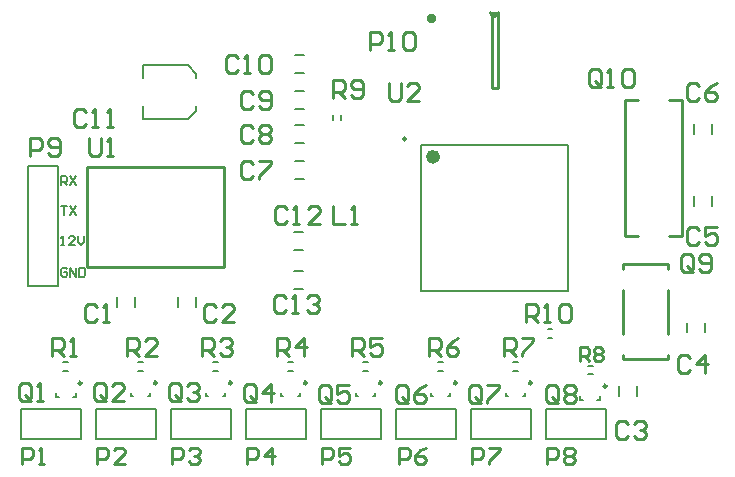
<source format=gto>
G04 Layer_Color=65535*
%FSLAX23Y23*%
%MOIN*%
G70*
G01*
G75*
%ADD23C,0.010*%
%ADD31C,0.024*%
%ADD32C,0.010*%
%ADD33C,0.008*%
%ADD34C,0.020*%
%ADD35C,0.006*%
D23*
X2602Y2530D02*
G03*
X2628Y2530I13J0D01*
G01*
X1713Y1681D02*
Y2016D01*
X1257Y1681D02*
X1713D01*
X1257Y2016D02*
X1713D01*
X1257Y1681D02*
Y2016D01*
X3240Y1786D02*
Y2240D01*
X3050Y1786D02*
Y2240D01*
X3094D01*
X3196D02*
X3240D01*
X3196Y1786D02*
X3240D01*
X3050D02*
X3094D01*
X2602Y2530D02*
X2625D01*
X2605D02*
X2628D01*
X2605Y2280D02*
Y2530D01*
Y2280D02*
X2625D01*
Y2530D01*
X3042Y1376D02*
X3192D01*
X3042Y1691D02*
X3192D01*
X3042Y1376D02*
Y1390D01*
Y1460D02*
Y1606D01*
Y1677D02*
Y1691D01*
X3192Y1460D02*
Y1606D01*
Y1376D02*
Y1390D01*
Y1677D02*
Y1691D01*
X2263Y2297D02*
Y2247D01*
X2272Y2237D01*
X2292D01*
X2302Y2247D01*
Y2297D01*
X2362Y2237D02*
X2322D01*
X2362Y2277D01*
Y2287D01*
X2352Y2297D01*
X2332D01*
X2322Y2287D01*
X1262Y2111D02*
Y2061D01*
X1272Y2051D01*
X1292D01*
X1302Y2061D01*
Y2111D01*
X1322Y2051D02*
X1342D01*
X1332D01*
Y2111D01*
X1322Y2101D01*
X2720Y1500D02*
Y1560D01*
X2750D01*
X2760Y1550D01*
Y1530D01*
X2750Y1520D01*
X2720D01*
X2740D02*
X2760Y1500D01*
X2780D02*
X2800D01*
X2790D01*
Y1560D01*
X2780Y1550D01*
X2830D02*
X2840Y1560D01*
X2860D01*
X2870Y1550D01*
Y1510D01*
X2860Y1500D01*
X2840D01*
X2830Y1510D01*
Y1550D01*
X2075Y2245D02*
Y2305D01*
X2105D01*
X2115Y2295D01*
Y2275D01*
X2105Y2265D01*
X2075D01*
X2095D02*
X2115Y2245D01*
X2135Y2255D02*
X2145Y2245D01*
X2165D01*
X2175Y2255D01*
Y2295D01*
X2165Y2305D01*
X2145D01*
X2135Y2295D01*
Y2285D01*
X2145Y2275D01*
X2175D01*
X2970Y2291D02*
Y2331D01*
X2960Y2341D01*
X2940D01*
X2930Y2331D01*
Y2291D01*
X2940Y2281D01*
X2960D01*
X2950Y2301D02*
X2970Y2281D01*
X2960D02*
X2970Y2291D01*
X2990Y2281D02*
X3010D01*
X3000D01*
Y2341D01*
X2990Y2331D01*
X3040D02*
X3050Y2341D01*
X3070D01*
X3080Y2331D01*
Y2291D01*
X3070Y2281D01*
X3050D01*
X3040Y2291D01*
Y2331D01*
X3275Y1675D02*
Y1715D01*
X3265Y1725D01*
X3245D01*
X3235Y1715D01*
Y1675D01*
X3245Y1665D01*
X3265D01*
X3255Y1685D02*
X3275Y1665D01*
X3265D02*
X3275Y1675D01*
X3295D02*
X3305Y1665D01*
X3325D01*
X3335Y1675D01*
Y1715D01*
X3325Y1725D01*
X3305D01*
X3295Y1715D01*
Y1705D01*
X3305Y1695D01*
X3335D01*
X2825Y1240D02*
Y1280D01*
X2815Y1290D01*
X2795D01*
X2785Y1280D01*
Y1240D01*
X2795Y1230D01*
X2815D01*
X2805Y1250D02*
X2825Y1230D01*
X2815D02*
X2825Y1240D01*
X2845Y1280D02*
X2855Y1290D01*
X2875D01*
X2885Y1280D01*
Y1270D01*
X2875Y1260D01*
X2885Y1250D01*
Y1240D01*
X2875Y1230D01*
X2855D01*
X2845Y1240D01*
Y1250D01*
X2855Y1260D01*
X2845Y1270D01*
Y1280D01*
X2855Y1260D02*
X2875D01*
X2570Y1239D02*
Y1279D01*
X2560Y1289D01*
X2540D01*
X2530Y1279D01*
Y1239D01*
X2540Y1229D01*
X2560D01*
X2550Y1249D02*
X2570Y1229D01*
X2560D02*
X2570Y1239D01*
X2590Y1289D02*
X2630D01*
Y1279D01*
X2590Y1239D01*
Y1229D01*
X2325Y1240D02*
Y1280D01*
X2315Y1290D01*
X2295D01*
X2285Y1280D01*
Y1240D01*
X2295Y1230D01*
X2315D01*
X2305Y1250D02*
X2325Y1230D01*
X2315D02*
X2325Y1240D01*
X2385Y1290D02*
X2365Y1280D01*
X2345Y1260D01*
Y1240D01*
X2355Y1230D01*
X2375D01*
X2385Y1240D01*
Y1250D01*
X2375Y1260D01*
X2345D01*
X2070Y1240D02*
Y1280D01*
X2060Y1290D01*
X2040D01*
X2030Y1280D01*
Y1240D01*
X2040Y1230D01*
X2060D01*
X2050Y1250D02*
X2070Y1230D01*
X2060D02*
X2070Y1240D01*
X2130Y1290D02*
X2090D01*
Y1260D01*
X2110Y1270D01*
X2120D01*
X2130Y1260D01*
Y1240D01*
X2120Y1230D01*
X2100D01*
X2090Y1240D01*
X1820Y1241D02*
Y1281D01*
X1810Y1291D01*
X1790D01*
X1780Y1281D01*
Y1241D01*
X1790Y1231D01*
X1810D01*
X1800Y1251D02*
X1820Y1231D01*
X1810D02*
X1820Y1241D01*
X1870Y1231D02*
Y1291D01*
X1840Y1261D01*
X1880D01*
X1570Y1245D02*
Y1285D01*
X1560Y1295D01*
X1540D01*
X1530Y1285D01*
Y1245D01*
X1540Y1235D01*
X1560D01*
X1550Y1255D02*
X1570Y1235D01*
X1560D02*
X1570Y1245D01*
X1590Y1285D02*
X1600Y1295D01*
X1620D01*
X1630Y1285D01*
Y1275D01*
X1620Y1265D01*
X1610D01*
X1620D01*
X1630Y1255D01*
Y1245D01*
X1620Y1235D01*
X1600D01*
X1590Y1245D01*
X1320D02*
Y1285D01*
X1310Y1295D01*
X1290D01*
X1280Y1285D01*
Y1245D01*
X1290Y1235D01*
X1310D01*
X1300Y1255D02*
X1320Y1235D01*
X1310D02*
X1320Y1245D01*
X1380Y1235D02*
X1340D01*
X1380Y1275D01*
Y1285D01*
X1370Y1295D01*
X1350D01*
X1340Y1285D01*
X1070Y1245D02*
Y1285D01*
X1060Y1295D01*
X1040D01*
X1030Y1285D01*
Y1245D01*
X1040Y1235D01*
X1060D01*
X1050Y1255D02*
X1070Y1235D01*
X1060D02*
X1070Y1245D01*
X1090Y1235D02*
X1110D01*
X1100D01*
Y1295D01*
X1090Y1285D01*
X2200Y2405D02*
Y2465D01*
X2230D01*
X2240Y2455D01*
Y2435D01*
X2230Y2425D01*
X2200D01*
X2260Y2405D02*
X2280D01*
X2270D01*
Y2465D01*
X2260Y2455D01*
X2310D02*
X2320Y2465D01*
X2340D01*
X2350Y2455D01*
Y2415D01*
X2340Y2405D01*
X2320D01*
X2310Y2415D01*
Y2455D01*
X1066Y2053D02*
Y2113D01*
X1096D01*
X1106Y2103D01*
Y2083D01*
X1096Y2073D01*
X1066D01*
X1126Y2063D02*
X1136Y2053D01*
X1156D01*
X1166Y2063D01*
Y2103D01*
X1156Y2113D01*
X1136D01*
X1126Y2103D01*
Y2093D01*
X1136Y2083D01*
X1166D01*
X2790Y1025D02*
Y1080D01*
X2817D01*
X2827Y1071D01*
Y1052D01*
X2817Y1043D01*
X2790D01*
X2845Y1071D02*
X2854Y1080D01*
X2872D01*
X2882Y1071D01*
Y1062D01*
X2872Y1052D01*
X2882Y1043D01*
Y1034D01*
X2872Y1025D01*
X2854D01*
X2845Y1034D01*
Y1043D01*
X2854Y1052D01*
X2845Y1062D01*
Y1071D01*
X2854Y1052D02*
X2872D01*
X2540Y1025D02*
Y1080D01*
X2567D01*
X2577Y1071D01*
Y1052D01*
X2567Y1043D01*
X2540D01*
X2595Y1080D02*
X2632D01*
Y1071D01*
X2595Y1034D01*
Y1025D01*
X2295D02*
Y1080D01*
X2322D01*
X2332Y1071D01*
Y1052D01*
X2322Y1043D01*
X2295D01*
X2387Y1080D02*
X2368Y1071D01*
X2350Y1052D01*
Y1034D01*
X2359Y1025D01*
X2377D01*
X2387Y1034D01*
Y1043D01*
X2377Y1052D01*
X2350D01*
X2040Y1025D02*
Y1080D01*
X2067D01*
X2077Y1071D01*
Y1052D01*
X2067Y1043D01*
X2040D01*
X2132Y1080D02*
X2095D01*
Y1052D01*
X2113Y1062D01*
X2122D01*
X2132Y1052D01*
Y1034D01*
X2122Y1025D01*
X2104D01*
X2095Y1034D01*
X1790Y1025D02*
Y1080D01*
X1817D01*
X1827Y1071D01*
Y1052D01*
X1817Y1043D01*
X1790D01*
X1872Y1025D02*
Y1080D01*
X1845Y1052D01*
X1882D01*
X1540Y1025D02*
Y1080D01*
X1567D01*
X1577Y1071D01*
Y1052D01*
X1567Y1043D01*
X1540D01*
X1595Y1071D02*
X1604Y1080D01*
X1622D01*
X1632Y1071D01*
Y1062D01*
X1622Y1052D01*
X1613D01*
X1622D01*
X1632Y1043D01*
Y1034D01*
X1622Y1025D01*
X1604D01*
X1595Y1034D01*
X1290Y1025D02*
Y1080D01*
X1317D01*
X1327Y1071D01*
Y1052D01*
X1317Y1043D01*
X1290D01*
X1382Y1025D02*
X1345D01*
X1382Y1062D01*
Y1071D01*
X1372Y1080D01*
X1354D01*
X1345Y1071D01*
X1040Y1025D02*
Y1080D01*
X1067D01*
X1077Y1071D01*
Y1052D01*
X1067Y1043D01*
X1040D01*
X1095Y1025D02*
X1113D01*
X1104D01*
Y1080D01*
X1095Y1071D01*
X2075Y1884D02*
Y1824D01*
X2115D01*
X2135D02*
X2155D01*
X2145D01*
Y1884D01*
X2135Y1874D01*
X1920Y1580D02*
X1910Y1590D01*
X1890D01*
X1880Y1580D01*
Y1540D01*
X1890Y1530D01*
X1910D01*
X1920Y1540D01*
X1940Y1530D02*
X1960D01*
X1950D01*
Y1590D01*
X1940Y1580D01*
X1990D02*
X2000Y1590D01*
X2020D01*
X2030Y1580D01*
Y1570D01*
X2020Y1560D01*
X2010D01*
X2020D01*
X2030Y1550D01*
Y1540D01*
X2020Y1530D01*
X2000D01*
X1990Y1540D01*
X1922Y1875D02*
X1912Y1885D01*
X1892D01*
X1882Y1875D01*
Y1835D01*
X1892Y1825D01*
X1912D01*
X1922Y1835D01*
X1942Y1825D02*
X1962D01*
X1952D01*
Y1885D01*
X1942Y1875D01*
X2032Y1825D02*
X1992D01*
X2032Y1865D01*
Y1875D01*
X2022Y1885D01*
X2002D01*
X1992Y1875D01*
X1254Y2200D02*
X1244Y2210D01*
X1224D01*
X1214Y2200D01*
Y2160D01*
X1224Y2150D01*
X1244D01*
X1254Y2160D01*
X1274Y2150D02*
X1294D01*
X1284D01*
Y2210D01*
X1274Y2200D01*
X1324Y2150D02*
X1344D01*
X1334D01*
Y2210D01*
X1324Y2200D01*
X1760Y2380D02*
X1750Y2390D01*
X1730D01*
X1720Y2380D01*
Y2340D01*
X1730Y2330D01*
X1750D01*
X1760Y2340D01*
X1780Y2330D02*
X1800D01*
X1790D01*
Y2390D01*
X1780Y2380D01*
X1830D02*
X1840Y2390D01*
X1860D01*
X1870Y2380D01*
Y2340D01*
X1860Y2330D01*
X1840D01*
X1830Y2340D01*
Y2380D01*
X1810Y2260D02*
X1800Y2270D01*
X1780D01*
X1770Y2260D01*
Y2220D01*
X1780Y2210D01*
X1800D01*
X1810Y2220D01*
X1830D02*
X1840Y2210D01*
X1860D01*
X1870Y2220D01*
Y2260D01*
X1860Y2270D01*
X1840D01*
X1830Y2260D01*
Y2250D01*
X1840Y2240D01*
X1870D01*
X1810Y2145D02*
X1800Y2155D01*
X1780D01*
X1770Y2145D01*
Y2105D01*
X1780Y2095D01*
X1800D01*
X1810Y2105D01*
X1830Y2145D02*
X1840Y2155D01*
X1860D01*
X1870Y2145D01*
Y2135D01*
X1860Y2125D01*
X1870Y2115D01*
Y2105D01*
X1860Y2095D01*
X1840D01*
X1830Y2105D01*
Y2115D01*
X1840Y2125D01*
X1830Y2135D01*
Y2145D01*
X1840Y2125D02*
X1860D01*
X1810Y2025D02*
X1800Y2035D01*
X1780D01*
X1770Y2025D01*
Y1985D01*
X1780Y1975D01*
X1800D01*
X1810Y1985D01*
X1830Y2035D02*
X1870D01*
Y2025D01*
X1830Y1985D01*
Y1975D01*
X3295Y2285D02*
X3285Y2295D01*
X3265D01*
X3255Y2285D01*
Y2245D01*
X3265Y2235D01*
X3285D01*
X3295Y2245D01*
X3355Y2295D02*
X3335Y2285D01*
X3315Y2265D01*
Y2245D01*
X3325Y2235D01*
X3345D01*
X3355Y2245D01*
Y2255D01*
X3345Y2265D01*
X3315D01*
X3295Y1805D02*
X3285Y1815D01*
X3265D01*
X3255Y1805D01*
Y1765D01*
X3265Y1755D01*
X3285D01*
X3295Y1765D01*
X3355Y1815D02*
X3315D01*
Y1785D01*
X3335Y1795D01*
X3345D01*
X3355Y1785D01*
Y1765D01*
X3345Y1755D01*
X3325D01*
X3315Y1765D01*
X3265Y1380D02*
X3255Y1390D01*
X3235D01*
X3225Y1380D01*
Y1340D01*
X3235Y1330D01*
X3255D01*
X3265Y1340D01*
X3315Y1330D02*
Y1390D01*
X3285Y1360D01*
X3325D01*
X3060Y1160D02*
X3050Y1170D01*
X3030D01*
X3020Y1160D01*
Y1120D01*
X3030Y1110D01*
X3050D01*
X3060Y1120D01*
X3080Y1160D02*
X3090Y1170D01*
X3110D01*
X3120Y1160D01*
Y1150D01*
X3110Y1140D01*
X3100D01*
X3110D01*
X3120Y1130D01*
Y1120D01*
X3110Y1110D01*
X3090D01*
X3080Y1120D01*
X1685Y1550D02*
X1675Y1560D01*
X1655D01*
X1645Y1550D01*
Y1510D01*
X1655Y1500D01*
X1675D01*
X1685Y1510D01*
X1745Y1500D02*
X1705D01*
X1745Y1540D01*
Y1550D01*
X1735Y1560D01*
X1715D01*
X1705Y1550D01*
X1290D02*
X1280Y1560D01*
X1260D01*
X1250Y1550D01*
Y1510D01*
X1260Y1500D01*
X1280D01*
X1290Y1510D01*
X1310Y1500D02*
X1330D01*
X1320D01*
Y1560D01*
X1310Y1550D01*
X1140Y1385D02*
Y1445D01*
X1170D01*
X1180Y1435D01*
Y1415D01*
X1170Y1405D01*
X1140D01*
X1160D02*
X1180Y1385D01*
X1200D02*
X1220D01*
X1210D01*
Y1445D01*
X1200Y1435D01*
X1390Y1385D02*
Y1445D01*
X1420D01*
X1430Y1435D01*
Y1415D01*
X1420Y1405D01*
X1390D01*
X1410D02*
X1430Y1385D01*
X1490D02*
X1450D01*
X1490Y1425D01*
Y1435D01*
X1480Y1445D01*
X1460D01*
X1450Y1435D01*
X1640Y1385D02*
Y1445D01*
X1670D01*
X1680Y1435D01*
Y1415D01*
X1670Y1405D01*
X1640D01*
X1660D02*
X1680Y1385D01*
X1700Y1435D02*
X1710Y1445D01*
X1730D01*
X1740Y1435D01*
Y1425D01*
X1730Y1415D01*
X1720D01*
X1730D01*
X1740Y1405D01*
Y1395D01*
X1730Y1385D01*
X1710D01*
X1700Y1395D01*
X1890Y1385D02*
Y1445D01*
X1920D01*
X1930Y1435D01*
Y1415D01*
X1920Y1405D01*
X1890D01*
X1910D02*
X1930Y1385D01*
X1980D02*
Y1445D01*
X1950Y1415D01*
X1990D01*
X2140Y1385D02*
Y1445D01*
X2170D01*
X2180Y1435D01*
Y1415D01*
X2170Y1405D01*
X2140D01*
X2160D02*
X2180Y1385D01*
X2239Y1445D02*
X2200D01*
Y1415D01*
X2220Y1425D01*
X2229D01*
X2239Y1415D01*
Y1395D01*
X2229Y1385D01*
X2210D01*
X2200Y1395D01*
X2395Y1385D02*
Y1445D01*
X2425D01*
X2435Y1435D01*
Y1415D01*
X2425Y1405D01*
X2395D01*
X2415D02*
X2435Y1385D01*
X2494Y1445D02*
X2475Y1435D01*
X2455Y1415D01*
Y1395D01*
X2465Y1385D01*
X2484D01*
X2494Y1395D01*
Y1405D01*
X2484Y1415D01*
X2455D01*
X2645Y1385D02*
Y1445D01*
X2675D01*
X2685Y1435D01*
Y1415D01*
X2675Y1405D01*
X2645D01*
X2665D02*
X2685Y1385D01*
X2705Y1445D02*
X2744D01*
Y1435D01*
X2705Y1395D01*
Y1385D01*
X2900Y1370D02*
Y1415D01*
X2922D01*
X2930Y1407D01*
Y1392D01*
X2922Y1385D01*
X2900D01*
X2915D02*
X2930Y1370D01*
X2945Y1407D02*
X2952Y1415D01*
X2967D01*
X2975Y1407D01*
Y1400D01*
X2967Y1392D01*
X2975Y1385D01*
Y1377D01*
X2967Y1370D01*
X2952D01*
X2945Y1377D01*
Y1385D01*
X2952Y1392D01*
X2945Y1400D01*
Y1407D01*
X2952Y1392D02*
X2967D01*
D31*
X2422Y2050D02*
G03*
X2422Y2050I-12J0D01*
G01*
D32*
X2320Y2109D02*
G03*
X2320Y2109I-5J0D01*
G01*
X2989Y1285D02*
G03*
X2989Y1285I-5J0D01*
G01*
X2739Y1296D02*
G03*
X2739Y1296I-5J0D01*
G01*
X2489D02*
G03*
X2489Y1296I-5J0D01*
G01*
X2239Y1296D02*
G03*
X2239Y1296I-5J0D01*
G01*
X1989D02*
G03*
X1989Y1296I-5J0D01*
G01*
X1739Y1296D02*
G03*
X1739Y1296I-5J0D01*
G01*
X1489Y1296D02*
G03*
X1489Y1296I-5J0D01*
G01*
X1239Y1295D02*
G03*
X1239Y1295I-5J0D01*
G01*
D33*
X2371Y1601D02*
X2859D01*
X2371Y2089D02*
X2859D01*
Y1601D02*
Y2089D01*
X2371Y1601D02*
Y2089D01*
X2793Y1474D02*
X2808D01*
X2793Y1446D02*
X2808D01*
X1946Y1740D02*
X1978D01*
X1946Y1800D02*
X1978D01*
X1946Y1610D02*
X1978D01*
X1946Y1670D02*
X1978D01*
X1949Y2035D02*
X1981D01*
X1949Y1975D02*
X1981D01*
X1949Y2155D02*
X1981D01*
X1949Y2095D02*
X1981D01*
X2076Y2173D02*
Y2188D01*
X2104Y2173D02*
Y2188D01*
X1620Y2203D02*
Y2218D01*
X1594Y2176D02*
X1620Y2203D01*
X1594Y2354D02*
X1620Y2327D01*
Y2312D02*
Y2327D01*
X1443Y2176D02*
X1594D01*
X1443D02*
Y2218D01*
Y2312D02*
Y2354D01*
X1594D01*
X1949Y2390D02*
X1981D01*
X1949Y2330D02*
X1981D01*
X1949Y2270D02*
X1981D01*
X1949Y2210D02*
X1981D01*
X1060Y1620D02*
X1160D01*
X1060D02*
Y2020D01*
X1160Y1620D02*
Y2020D01*
X1060D02*
X1160D01*
X1620Y1549D02*
Y1581D01*
X1560Y1549D02*
Y1581D01*
X1415Y1549D02*
Y1581D01*
X1355Y1549D02*
Y1581D01*
X2901Y1240D02*
X2911D01*
X2901D02*
Y1252D01*
X2958Y1240D02*
X2968D01*
Y1252D01*
X2926Y1353D02*
X2942D01*
X2926Y1326D02*
X2942D01*
X2785Y1110D02*
Y1210D01*
X2985D01*
Y1110D02*
Y1210D01*
X2785Y1110D02*
X2985D01*
X2535D02*
Y1210D01*
X2735D01*
Y1110D02*
Y1210D01*
X2535Y1110D02*
X2735D01*
X2652Y1251D02*
X2661D01*
X2652D02*
Y1263D01*
X2709Y1251D02*
X2718D01*
Y1263D01*
X2677Y1364D02*
X2693D01*
X2677Y1336D02*
X2693D01*
X2402Y1251D02*
X2411D01*
X2402D02*
Y1263D01*
X2459Y1251D02*
X2468D01*
Y1263D01*
X2285Y1110D02*
Y1210D01*
X2485D01*
Y1110D02*
Y1210D01*
X2285Y1110D02*
X2485D01*
X2427Y1364D02*
X2443D01*
X2427Y1336D02*
X2443D01*
X2152Y1251D02*
X2161D01*
X2152D02*
Y1263D01*
X2209Y1251D02*
X2218D01*
Y1263D01*
X2177Y1364D02*
X2193D01*
X2177Y1336D02*
X2193D01*
X2035Y1110D02*
Y1210D01*
X2235D01*
Y1110D02*
Y1210D01*
X2035Y1110D02*
X2235D01*
X1902Y1251D02*
X1911D01*
X1902D02*
Y1263D01*
X1959Y1251D02*
X1968D01*
Y1263D01*
X1785Y1110D02*
Y1210D01*
X1985D01*
Y1110D02*
Y1210D01*
X1785Y1110D02*
X1985D01*
X1928Y1364D02*
X1943D01*
X1928Y1336D02*
X1943D01*
X1535Y1110D02*
Y1210D01*
X1735D01*
Y1110D02*
Y1210D01*
X1535Y1110D02*
X1735D01*
X1652Y1251D02*
X1661D01*
X1652D02*
Y1263D01*
X1709Y1251D02*
X1718D01*
Y1263D01*
X1677Y1364D02*
X1693D01*
X1677Y1336D02*
X1693D01*
X1285Y1110D02*
Y1210D01*
X1485D01*
Y1110D02*
Y1210D01*
X1285Y1110D02*
X1485D01*
X1402Y1251D02*
X1411D01*
X1402D02*
Y1263D01*
X1459Y1251D02*
X1468D01*
Y1263D01*
X1428Y1364D02*
X1443D01*
X1428Y1336D02*
X1443D01*
X1035Y1110D02*
Y1210D01*
X1235D01*
Y1110D02*
Y1210D01*
X1035Y1110D02*
X1235D01*
X1152Y1250D02*
X1162D01*
X1152D02*
Y1262D01*
X1209Y1250D02*
X1219D01*
Y1262D01*
X1178Y1364D02*
X1193D01*
X1178Y1336D02*
X1193D01*
X3090Y1252D02*
Y1284D01*
X3030Y1252D02*
Y1284D01*
X3255Y1464D02*
Y1496D01*
X3315Y1464D02*
Y1496D01*
X3280Y1887D02*
Y1919D01*
X3340Y1887D02*
Y1919D01*
X3340Y2127D02*
Y2159D01*
X3280Y2127D02*
Y2159D01*
D34*
X2400Y2505D02*
Y2515D01*
X2410D01*
Y2505D01*
X2400D01*
D35*
X1190Y1675D02*
X1185Y1680D01*
X1175D01*
X1170Y1675D01*
Y1655D01*
X1175Y1650D01*
X1185D01*
X1190Y1655D01*
Y1665D01*
X1180D01*
X1200Y1650D02*
Y1680D01*
X1220Y1650D01*
Y1680D01*
X1230D02*
Y1650D01*
X1245D01*
X1250Y1655D01*
Y1675D01*
X1245Y1680D01*
X1230D01*
X1170Y1755D02*
X1180D01*
X1175D01*
Y1785D01*
X1170Y1780D01*
X1215Y1755D02*
X1195D01*
X1215Y1775D01*
Y1780D01*
X1210Y1785D01*
X1200D01*
X1195Y1780D01*
X1225Y1785D02*
Y1765D01*
X1235Y1755D01*
X1245Y1765D01*
Y1785D01*
X1170Y1885D02*
X1190D01*
X1180D01*
Y1855D01*
X1200Y1885D02*
X1220Y1855D01*
Y1885D02*
X1200Y1855D01*
X1170Y1955D02*
Y1985D01*
X1185D01*
X1190Y1980D01*
Y1970D01*
X1185Y1965D01*
X1170D01*
X1180D02*
X1190Y1955D01*
X1200Y1985D02*
X1220Y1955D01*
Y1985D02*
X1200Y1955D01*
M02*

</source>
